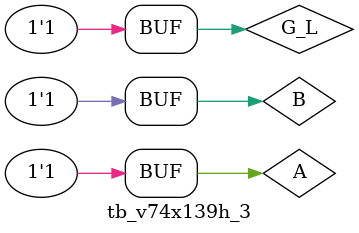
<source format=v>
`timescale 1ns/1ns

module tb_v74x139h_3;

    reg G_L;
    reg A;
    reg B;

    wire [3:0] Y_L;

    func_v74x139h uut (
        .G_L(G_L),
        .A(A),
        .B(B),
        .Y_L(Y_L)
    );
    initial begin
        G_L = 0;
        A = 0;
        B = 0;

        #100 G_L = 0; A = 0; B = 1;
        #100 G_L = 0; A = 1; B = 0;
        #100 G_L = 0; A = 1; B = 1;
        #100 G_L = 1; A = 0; B = 0;
        #100 G_L = 1; A = 0; B = 1;
        #100 G_L = 1; A = 1; B = 0;
        #100 G_L = 1; A = 1; B = 1;
        #100;
    end

endmodule

</source>
